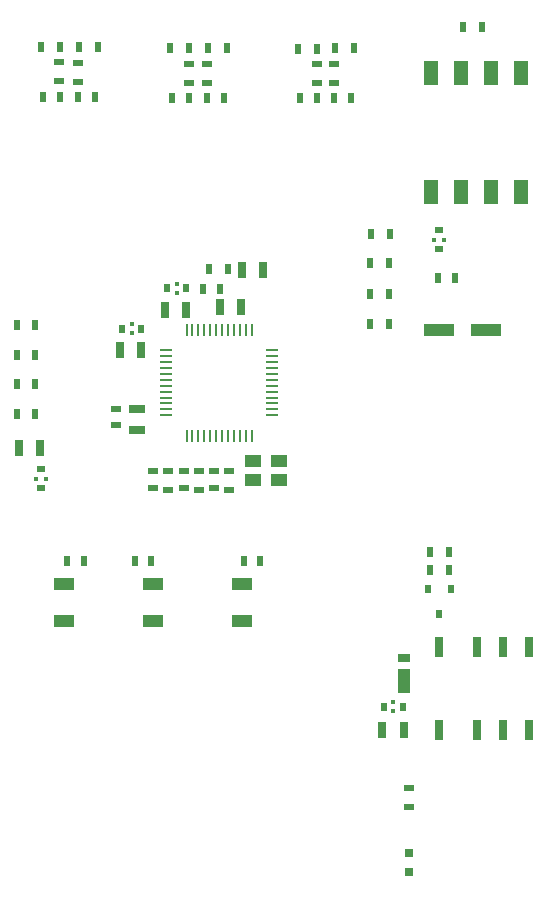
<source format=gtp>
G04*
G04 #@! TF.GenerationSoftware,Altium Limited,Altium Designer,19.0.14 (431)*
G04*
G04 Layer_Color=8421504*
%FSLAX25Y25*%
%MOIN*%
G70*
G01*
G75*
%ADD15R,0.07087X0.03937*%
%ADD16R,0.02362X0.03543*%
%ADD17R,0.02756X0.02362*%
%ADD18R,0.01575X0.01575*%
%ADD19R,0.03150X0.05512*%
%ADD20R,0.03543X0.02362*%
%ADD21R,0.05512X0.03150*%
%ADD22R,0.02362X0.02756*%
%ADD23R,0.01575X0.01575*%
%ADD24R,0.01000X0.04000*%
%ADD25R,0.04000X0.01000*%
%ADD26R,0.05512X0.03937*%
%ADD27R,0.04331X0.07874*%
%ADD28R,0.04331X0.03150*%
%ADD29R,0.02362X0.03150*%
%ADD30R,0.03150X0.07087*%
%ADD31R,0.10236X0.03937*%
%ADD32R,0.04724X0.07874*%
%ADD33R,0.03150X0.03150*%
D15*
X81693Y92224D02*
D03*
Y104626D02*
D03*
X52165Y92224D02*
D03*
Y104626D02*
D03*
X22638Y92224D02*
D03*
Y104626D02*
D03*
D16*
X21062Y266928D02*
D03*
X27166Y266929D02*
D03*
X12992Y171220D02*
D03*
X6693D02*
D03*
X12992Y181102D02*
D03*
X6693D02*
D03*
X130708Y191338D02*
D03*
X124409D02*
D03*
X12992Y190945D02*
D03*
X6693D02*
D03*
X130708Y201378D02*
D03*
X124409D02*
D03*
X130708Y211614D02*
D03*
X124409D02*
D03*
X131102Y221260D02*
D03*
X124803D02*
D03*
X12992Y161220D02*
D03*
X6693D02*
D03*
X106693Y266732D02*
D03*
X101181D02*
D03*
X112599Y266732D02*
D03*
X118111D02*
D03*
X100394Y283071D02*
D03*
X106693D02*
D03*
X119015Y283267D02*
D03*
X112716D02*
D03*
X64131Y266732D02*
D03*
X58619D02*
D03*
X76729Y283267D02*
D03*
X70430D02*
D03*
X57833Y283268D02*
D03*
X64132D02*
D03*
X70191Y266733D02*
D03*
X75703D02*
D03*
X15551Y266928D02*
D03*
X32678Y266929D02*
D03*
X33766Y283662D02*
D03*
X27466D02*
D03*
X14763Y283661D02*
D03*
X21062D02*
D03*
X87880Y112205D02*
D03*
X82368D02*
D03*
X46108Y112205D02*
D03*
X51619D02*
D03*
X29033Y112205D02*
D03*
X23521D02*
D03*
X74409Y203102D02*
D03*
X68897D02*
D03*
X70997Y209469D02*
D03*
X77296D02*
D03*
X161810Y290354D02*
D03*
X155511D02*
D03*
X150787Y115158D02*
D03*
X144488D02*
D03*
X150787Y109252D02*
D03*
X144488D02*
D03*
X147244Y206693D02*
D03*
X152756D02*
D03*
D17*
X14763Y142903D02*
D03*
Y136554D02*
D03*
X147441Y216141D02*
D03*
Y222491D02*
D03*
D18*
X13189Y139753D02*
D03*
X16364D02*
D03*
X149016Y219291D02*
D03*
X145841D02*
D03*
D19*
X14567Y150000D02*
D03*
X7480D02*
D03*
X74410Y196851D02*
D03*
X81497D02*
D03*
X81725Y209449D02*
D03*
X88811D02*
D03*
X63189Y196046D02*
D03*
X56102D02*
D03*
X48228Y182481D02*
D03*
X41141D02*
D03*
X135678Y56102D02*
D03*
X128592D02*
D03*
D20*
X106693Y277952D02*
D03*
Y271653D02*
D03*
X112559Y277952D02*
D03*
Y271653D02*
D03*
X64131Y277952D02*
D03*
Y271653D02*
D03*
X70160Y277978D02*
D03*
Y271679D02*
D03*
X20867Y278543D02*
D03*
Y272244D02*
D03*
X27166Y278346D02*
D03*
Y272047D02*
D03*
X77618Y142221D02*
D03*
Y135922D02*
D03*
X72547Y142221D02*
D03*
Y136709D02*
D03*
X62405Y142221D02*
D03*
Y136709D02*
D03*
X67476Y142221D02*
D03*
Y135922D02*
D03*
X52263Y142221D02*
D03*
Y136709D02*
D03*
X57335Y142221D02*
D03*
Y135922D02*
D03*
X39961Y163120D02*
D03*
Y157609D02*
D03*
X137401Y30315D02*
D03*
Y36615D02*
D03*
D21*
X46851Y162992D02*
D03*
Y155905D02*
D03*
D22*
X63189Y203148D02*
D03*
X56839D02*
D03*
X48229Y189764D02*
D03*
X41879D02*
D03*
X129159Y63779D02*
D03*
X135509D02*
D03*
D23*
X60039Y204722D02*
D03*
Y201548D02*
D03*
X45079Y191339D02*
D03*
Y188164D02*
D03*
X132309Y62204D02*
D03*
Y65379D02*
D03*
D24*
X63344Y189413D02*
D03*
X65312D02*
D03*
X67281D02*
D03*
X71218D02*
D03*
X69249D02*
D03*
X73186Y189413D02*
D03*
X77171D02*
D03*
X75171Y189413D02*
D03*
X81071D02*
D03*
X83071Y189413D02*
D03*
X85071Y189413D02*
D03*
X79171D02*
D03*
X65312Y153896D02*
D03*
X63344D02*
D03*
X67281D02*
D03*
X71218D02*
D03*
X69249D02*
D03*
X73186D02*
D03*
X77171D02*
D03*
X75171D02*
D03*
X79171D02*
D03*
X83071D02*
D03*
X81071D02*
D03*
X85071D02*
D03*
D25*
X56454Y178586D02*
D03*
Y182523D02*
D03*
Y180555D02*
D03*
Y174649D02*
D03*
X56454Y172681D02*
D03*
X56454Y176618D02*
D03*
X91971Y182523D02*
D03*
Y180555D02*
D03*
Y174649D02*
D03*
Y178586D02*
D03*
Y176618D02*
D03*
X56454Y168696D02*
D03*
X56454Y170696D02*
D03*
Y166697D02*
D03*
Y164796D02*
D03*
X56454Y162796D02*
D03*
X56454Y160796D02*
D03*
X91971Y168696D02*
D03*
Y172681D02*
D03*
Y170696D02*
D03*
Y162796D02*
D03*
Y160797D02*
D03*
Y166697D02*
D03*
Y164796D02*
D03*
D26*
X85629Y139366D02*
D03*
Y145665D02*
D03*
X94290Y139366D02*
D03*
Y145665D02*
D03*
D27*
X135886Y72441D02*
D03*
D28*
Y79921D02*
D03*
D29*
X151378Y103032D02*
D03*
X143897D02*
D03*
X147638Y94489D02*
D03*
D30*
X160236Y83464D02*
D03*
X168897D02*
D03*
X177559D02*
D03*
Y55905D02*
D03*
X168897D02*
D03*
X147637Y83464D02*
D03*
X160236Y55905D02*
D03*
X147637D02*
D03*
D31*
X163228Y189370D02*
D03*
X147480D02*
D03*
D32*
X144842Y235237D02*
D03*
X154842D02*
D03*
X164842D02*
D03*
X174842D02*
D03*
X144842Y275001D02*
D03*
X154842D02*
D03*
X164842D02*
D03*
X174842D02*
D03*
D33*
X137401Y8662D02*
D03*
Y14961D02*
D03*
M02*

</source>
